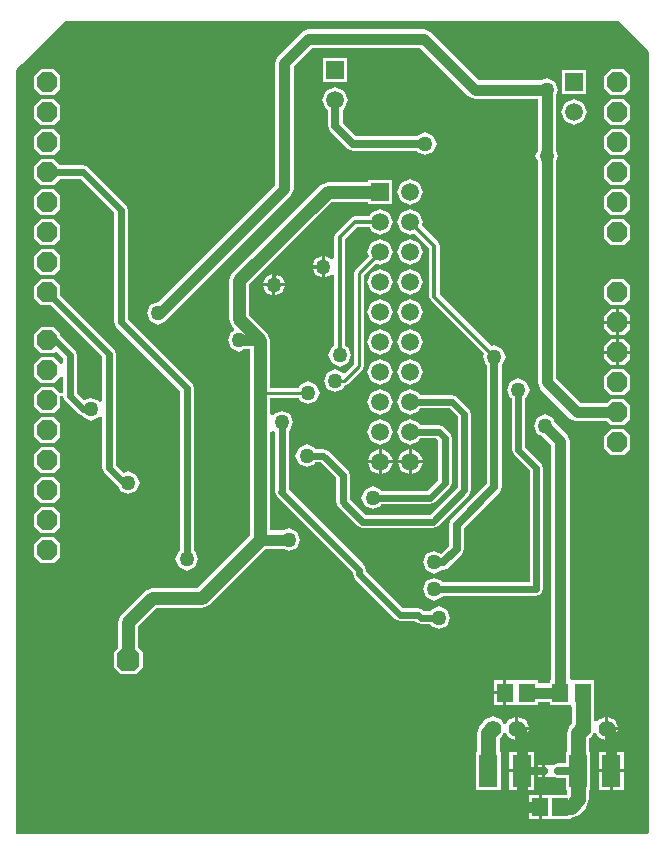
<source format=gbl>
%FSTAX24Y24*%
%MOIN*%
%SFA1B1*%

%IPPOS*%
%AMD30*
4,1,8,-0.033000,0.016500,-0.033000,-0.016500,-0.016500,-0.033000,0.016500,-0.033000,0.033000,-0.016500,0.033000,0.016500,0.016500,0.033000,-0.016500,0.033000,-0.033000,0.016500,0.0*
%
%AMD33*
4,1,8,0.019000,0.038000,-0.019000,0.038000,-0.038000,0.019000,-0.038000,-0.019000,-0.019000,-0.038000,0.019000,-0.038000,0.038000,-0.019000,0.038000,0.019000,0.019000,0.038000,0.0*
%
%ADD15R,0.052000X0.063000*%
%ADD21C,0.037000*%
%ADD22C,0.013000*%
%ADD23C,0.010000*%
%ADD24C,0.042000*%
%ADD25C,0.022000*%
%ADD26C,0.050000*%
%ADD27C,0.027000*%
%ADD28C,0.000000*%
%ADD29C,0.056000*%
G04~CAMADD=30~4~0.0~0.0~660.0~660.0~0.0~165.0~0~0.0~0.0~0.0~0.0~0~0.0~0.0~0.0~0.0~0~0.0~0.0~0.0~90.0~660.0~660.0*
%ADD30D30*%
%ADD31C,0.059100*%
%ADD32R,0.059100X0.059100*%
G04~CAMADD=33~4~0.0~0.0~760.0~760.0~0.0~190.0~0~0.0~0.0~0.0~0.0~0~0.0~0.0~0.0~0.0~0~0.0~0.0~0.0~0.0~760.0~760.0*
%ADD33D33*%
%ADD34C,0.050000*%
%ADD35R,0.019700X0.019700*%
%ADD36R,0.063000X0.107000*%
%ADD37R,0.052000X0.060000*%
%LNklogshield_mb_rev1-1*%
%LPD*%
G36*
X03Y0371D02*
X03105Y03605D01*
Y01*
X01*
Y0354*
X0117Y0371*
X03*
G37*
%LNklogshield_mb_rev1-2*%
%LPC*%
G36*
X0221Y02235D02*
X021743D01*
X021847Y022097*
X0221Y021993*
Y02235*
G37*
G36*
X02315Y023828D02*
X022847Y023703D01*
X022722Y0234*
X022847Y023097*
X02315Y022972*
X023453Y023097*
X023484Y023173*
X024006*
X024073Y023106*
Y021794*
X023706Y021427*
X022185*
X022168Y021468*
X0219Y021579*
X021632Y021468*
X021521Y0212*
X021632Y020932*
X0219Y020821*
X022168Y020932*
X022185Y020973*
X0238*
X023961Y021039*
X024461Y021539*
X024527Y0217*
Y0232*
X024461Y023361*
X024261Y023561*
X0241Y023627*
X023484*
X023453Y023703*
X02315Y023828*
G37*
G36*
X022557Y02235D02*
X0222D01*
Y021993*
X022453Y022097*
X022557Y02235*
G37*
G36*
X023557D02*
X0232D01*
Y021993*
X023453Y022097*
X023557Y02235*
G37*
G36*
X0231D02*
X022743D01*
X022847Y022097*
X0231Y021993*
Y02235*
G37*
G36*
X02315Y030828D02*
X022847Y030703D01*
X022722Y0304*
X022847Y030097*
X02315Y029972*
X023274Y030023*
X023771Y029526*
Y0279*
X023824Y027774*
X025608Y025989*
X025571Y0259*
X025682Y025632*
X025696Y025627*
Y021655*
X02452Y02048*
X024446Y0203*
Y019605*
X024176Y019335*
X02395Y019429*
X023682Y019318*
X023571Y01905*
X023682Y018782*
X02395Y018671*
X024218Y018782*
X024223Y018796*
X02425*
X02443Y01887*
X02488Y01932*
X024954Y0195*
Y020195*
X02613Y02137*
X026204Y02155*
Y025627*
X026218Y025632*
X026329Y0259*
X026218Y026168*
X02595Y026279*
X025861Y026242*
X024129Y027974*
Y0296*
X024076Y029726*
X023527Y030276*
X023578Y0304*
X023453Y030703*
X02315Y030828*
G37*
G36*
X011265Y01988D02*
X010835D01*
X01062Y019665*
Y019235*
X010835Y01902*
X011265*
X01148Y019235*
Y019665*
X011265Y01988*
G37*
G36*
Y02088D02*
X010835D01*
X01062Y020665*
Y020235*
X010835Y02002*
X011265*
X01148Y020235*
Y020665*
X011265Y02088*
G37*
G36*
Y02188D02*
X010835D01*
X01062Y021665*
Y021235*
X010835Y02102*
X011265*
X01148Y021235*
Y021665*
X011265Y02188*
G37*
G36*
X02315Y024828D02*
X022847Y024703D01*
X022722Y0244*
X022847Y024097*
X02315Y023972*
X023453Y024097*
X023484Y024173*
X024456*
X024723Y023906*
Y021544*
X023806Y020627*
X021644*
X021127Y021144*
Y02195*
X021061Y022111*
X020411Y022761*
X02025Y022827*
X019985*
X019968Y022868*
X0197Y022979*
X019432Y022868*
X019321Y0226*
X019432Y022332*
X0197Y022221*
X019968Y022332*
X019985Y022373*
X020156*
X020673Y021856*
Y02105*
X020739Y020889*
X021389Y020239*
X02155Y020173*
X0239*
X024061Y020239*
X025111Y021289*
X025177Y02145*
Y024*
X025111Y024161*
X024711Y024561*
X02455Y024627*
X023484*
X023453Y024703*
X02315Y024828*
G37*
G36*
X011265Y02288D02*
X010835D01*
X01062Y022665*
Y022235*
X010835Y02202*
X011265*
X01148Y022235*
Y022665*
X011265Y02288*
G37*
G36*
Y02388D02*
X010835D01*
X01062Y023665*
Y023235*
X010835Y02302*
X011265*
X01148Y023235*
Y023665*
X011265Y02388*
G37*
G36*
X02215Y023828D02*
X021847Y023703D01*
X021722Y0234*
X021847Y023097*
X02215Y022972*
X022453Y023097*
X022578Y0234*
X022453Y023703*
X02215Y023828*
G37*
G36*
X01975Y036808D02*
X019532Y036718D01*
X018732Y035918*
X018642Y0357*
Y031628*
X014737Y027724*
X014482Y027618*
X014371Y02735*
X014482Y027082*
X01475Y026971*
X015018Y027082*
X015053Y027167*
X019168Y031282*
X019258Y0315*
Y035572*
X019878Y036192*
X023472*
X025082Y034582*
X0253Y034492*
X027392*
Y03277*
X027321Y0326*
X027392Y03243*
Y02505*
X027482Y024832*
X028482Y023832*
X028546Y023805*
X0287Y023742*
X029713*
X029835Y02362*
X030265*
X03048Y023835*
Y024265*
X030265Y02448*
X029835*
X029713Y024358*
X028828*
X028008Y025178*
Y03243*
X028079Y0326*
X028008Y03277*
Y03463*
X028079Y0348*
X027968Y035068*
X0277Y035179*
X02753Y035108*
X025428*
X023818Y036718*
X0236Y036808*
X01975*
G37*
G36*
X011265Y02848D02*
X010835D01*
X01062Y028265*
Y027835*
X010835Y02762*
X011159*
X012873Y025906*
Y024421*
X012775Y024402*
X012768Y024418*
X0125Y024529*
X012283Y024439*
X012027Y024694*
Y02595*
X011961Y026111*
X01148Y026591*
Y026665*
X011265Y02688*
X010835*
X01062Y026665*
Y026235*
X010835Y02602*
X011265*
X011337Y026092*
X011573Y025856*
Y025683*
X011473Y025672*
X011265Y02588*
X010835*
X01062Y025665*
Y025235*
X010835Y02502*
X011265*
X011473Y025228*
X011573Y025217*
Y024694*
Y024683*
X011572*
X011566Y024682*
X011564*
X011464Y024681*
X011265Y02488*
X010835*
X01062Y024665*
Y024235*
X010835Y02402*
X011265*
X01148Y024235*
Y024574*
Y024582*
X011482Y024583*
X011488Y024584*
X011493Y024585*
X011569Y024599*
X011573Y0246*
Y024599*
X011577Y02459*
X01158Y024583*
X011615Y024497*
X011639Y024439*
X012089Y023989*
X012208Y02394*
X012232Y023882*
X0125Y023771*
X012768Y023882*
X012775Y023898*
X012873Y023879*
Y0222*
X012939Y022039*
X013437Y021542*
X013482Y021432*
X01375Y021321*
X014018Y021432*
X014129Y0217*
X014018Y021968*
X01375Y022079*
X013603Y022018*
X013327Y022294*
Y026*
X013261Y026161*
X01148Y027941*
Y028265*
X011265Y02848*
G37*
G36*
X02215Y024828D02*
X021847Y024703D01*
X021722Y0244*
X021847Y024097*
X02215Y023972*
X022453Y024097*
X022578Y0244*
X022453Y024703*
X02215Y024828*
G37*
G36*
X0222Y022807D02*
Y02245D01*
X022557*
X022453Y022703*
X0222Y022807*
G37*
G36*
X0221D02*
X021847Y022703D01*
X021743Y02245*
X0221*
Y022807*
G37*
G36*
X0231D02*
X022847Y022703D01*
X022743Y02245*
X0231*
Y022807*
G37*
G36*
X030265Y02348D02*
X029835D01*
X02962Y023265*
Y022835*
X029835Y02262*
X030265*
X03048Y022835*
Y023265*
X030265Y02348*
G37*
G36*
X0232Y022807D02*
Y02245D01*
X023557*
X023453Y022703*
X0232Y022807*
G37*
G36*
X011265Y03248D02*
X010835D01*
X01062Y032265*
Y031835*
X010835Y03162*
X011265*
X011468Y031823*
X012156*
X013273Y030706*
Y02705*
X013339Y026889*
X015473Y024756*
Y019435*
X015432Y019418*
X015321Y01915*
X015432Y018882*
X0157Y018771*
X015968Y018882*
X016079Y01915*
X015968Y019418*
X015927Y019435*
Y02485*
X015861Y025011*
X013727Y027144*
Y0308*
X013661Y030961*
X012411Y032211*
X01225Y032277*
X011468*
X011265Y03248*
G37*
G36*
X02755Y01205D02*
X027402D01*
Y011902*
X02755*
Y01205*
G37*
G36*
X030265D02*
X0299D01*
Y011465*
X030265*
Y01205*
G37*
G36*
X02681Y012735D02*
X026445D01*
Y01215*
X02681*
Y012735*
G37*
G36*
X02755Y012298D02*
X027402D01*
Y01215*
X02755*
Y012298*
G37*
G36*
X027275Y012735D02*
X02691D01*
Y01215*
X027275*
Y012735*
G37*
G36*
X027425Y0113D02*
X027115D01*
Y01095*
X027425*
Y0113*
G37*
G36*
Y01085D02*
X027115D01*
Y0105*
X027425*
Y01085*
G37*
G36*
X02681Y01205D02*
X026445D01*
Y011465*
X02681*
Y01205*
G37*
G36*
X0298D02*
X029435D01*
Y011465*
X0298*
Y01205*
G37*
G36*
X027275D02*
X02691D01*
Y011465*
X027275*
Y01205*
G37*
G36*
X0298Y012735D02*
X029435D01*
Y01215*
X0298*
Y012735*
G37*
G36*
X02625Y01465D02*
X02594D01*
Y014285*
X02625*
Y01465*
G37*
G36*
X029744Y013891D02*
Y01355D01*
X030084*
X029985Y013791*
X029744Y013891*
G37*
G36*
X02625Y015115D02*
X02594D01*
Y01475*
X02625*
Y015115*
G37*
G36*
X02675Y025179D02*
X026482Y025068D01*
X026371Y0248*
X026482Y024532*
X026523Y024515*
Y0228*
X026589Y022639*
X027123Y022106*
Y018377*
X024235*
X024218Y018418*
X02395Y018529*
X023682Y018418*
X023571Y01815*
X023682Y017882*
X02395Y017771*
X024218Y017882*
X024235Y017923*
X02735*
X027511Y017989*
X027577Y01815*
Y0222*
X027511Y022361*
X026977Y022894*
Y024515*
X027018Y024532*
X027129Y0248*
X027018Y025068*
X02675Y025179*
G37*
G36*
X02765Y023979D02*
X027382Y023868D01*
X027271Y0236*
X027382Y023332*
X027552Y023262*
X027842Y022972*
Y015115*
X02779*
Y015008*
X027414*
Y015115*
X02676*
X026694*
X026677*
X02666*
X026594*
X02635*
Y0147*
Y014285*
X026594*
X02666*
X026677*
X026694*
X02676*
X027414*
Y014392*
X02779*
Y014285*
X028425*
X02851*
X028525Y014191*
Y013661*
X028471Y013607*
X02836Y013339*
Y012735*
X028324*
Y012354*
X028072*
X027937Y012298*
X027898*
X027874*
X027836*
X027798*
X027774*
X02765*
Y0121*
Y011902*
X027774*
X027798*
X027836*
X027874*
X027898*
X027937*
X028072Y011846*
X028324*
Y011465*
X02836*
Y0113*
X027525*
Y0109*
Y0105*
X02851*
Y010525*
X028768Y010632*
X029007Y010871*
X029118Y011139*
Y011465*
X029154*
Y012735*
X029118*
Y013179*
X029191Y013209*
X029247Y013344*
X029347*
X029403Y013209*
X029644Y013109*
Y0135*
Y013891*
X029403Y013791*
X029383Y013743*
X029283Y013762*
Y0147*
X029264Y014745*
Y015115*
X02861*
X028544*
X028458Y01515*
Y0231*
X028368Y023318*
X027988Y023698*
X027918Y023868*
X02765Y023979*
G37*
G36*
X025906Y013911D02*
X025615Y013791D01*
X025583Y013712*
X025481Y01361*
X02537Y013343*
Y012735*
X025334*
Y011465*
X026164*
Y012735*
X026128*
Y01318*
X026197Y013209*
X026253Y013344*
X026353*
X026409Y013209*
X02665Y013109*
Y0135*
Y013891*
X026409Y013791*
X026353Y013656*
X026253*
X026197Y013791*
X025906Y013911*
G37*
G36*
X030265Y012735D02*
X0299D01*
Y01215*
X030265*
Y012735*
G37*
G36*
X027091Y01345D02*
X02675D01*
Y013109*
X026991Y013209*
X027091Y01345*
G37*
G36*
X02675Y013891D02*
Y01355D01*
X027091*
X026991Y013791*
X02675Y013891*
G37*
G36*
X030084Y01345D02*
X029744D01*
Y013109*
X029985Y013209*
X030084Y01345*
G37*
G36*
X030265Y02548D02*
X029835D01*
X02962Y025265*
Y024835*
X029835Y02462*
X030265*
X03048Y024835*
Y025265*
X030265Y02548*
G37*
G36*
X011265Y03148D02*
X010835D01*
X01062Y031265*
Y030835*
X010835Y03062*
X011265*
X01148Y030835*
Y031265*
X011265Y03148*
G37*
G36*
X02215Y030828D02*
X021847Y030703D01*
X021796Y030579*
X0213*
X021174Y030526*
X020674Y030026*
X020621Y0299*
Y029174*
X020523Y029155*
X020518Y029168*
X0203Y029258*
Y0289*
Y028542*
X020518Y028632*
X020523Y028645*
X020621Y028626*
Y026255*
X020532Y026218*
X020421Y02595*
X020532Y025682*
X0208Y025571*
X021068Y025682*
X021179Y02595*
X021068Y026218*
X020979Y026255*
Y029826*
X021374Y030221*
X021796*
X021847Y030097*
X02215Y029972*
X022453Y030097*
X022578Y0304*
X022453Y030703*
X02215Y030828*
G37*
G36*
X030265Y03148D02*
X029835D01*
X02962Y031265*
Y030835*
X029835Y03062*
X030265*
X03048Y030835*
Y031265*
X030265Y03148*
G37*
G36*
X022545Y031795D02*
X021755D01*
Y031736*
X0204*
X020163Y031637*
X017213Y028687*
X017114Y02845*
Y02715*
X017213Y026913*
X017278Y026848*
X017258Y026749*
X017182Y026718*
X017071Y02645*
X017182Y026182*
X01745Y026071*
X01762Y026142*
X017814*
Y02475*
Y019939*
X016061Y018186*
X01455*
X014313Y018087*
X013513Y017287*
X013414Y01705*
Y016184*
X01327Y01604*
Y01556*
X01351Y01532*
X01399*
X01423Y01556*
Y01604*
X014086Y016184*
Y016911*
X014689Y017514*
X0162*
X016437Y017613*
X018316Y019492*
X01893*
X0191Y019421*
X019368Y019532*
X019479Y0198*
X019368Y020068*
X0191Y020179*
X01893Y020108*
X018486*
Y02339*
X018586Y023436*
X018635Y023395*
Y02143*
X018623Y0214*
X018689Y021239*
X021223Y018706*
Y01865*
X021289Y018489*
X022639Y017139*
X0228Y017073*
X023306*
X023339Y017039*
X0235Y016973*
X023815*
X023832Y016932*
X0241Y016821*
X024368Y016932*
X024479Y0172*
X024368Y017468*
X0241Y017579*
X023832Y017468*
X023815Y017427*
X023594*
X023561Y017461*
X0234Y017527*
X022894*
X021677Y018744*
Y0188*
X021611Y018961*
X01909Y021482*
Y023428*
X01913Y023445*
X019241Y023712*
X01913Y02398*
X018863Y024091*
X018595Y02398*
X018584Y023954*
X018486Y023973*
Y024538*
X019438*
X019482Y024432*
X01975Y024321*
X020018Y024432*
X020129Y0247*
X020018Y024968*
X01975Y025079*
X019482Y024968*
X019438Y024862*
X018486*
Y02645*
X018387Y026687*
X017786Y027289*
Y028311*
X020539Y031064*
X021755*
Y031005*
X022545*
Y031795*
G37*
G36*
X02315Y031828D02*
X022847Y031703D01*
X022722Y0314*
X022847Y031097*
X02315Y030972*
X023453Y031097*
X023578Y0314*
X023453Y031703*
X02315Y031828*
G37*
G36*
X030265Y03048D02*
X029835D01*
X02962Y030265*
Y029835*
X029835Y02962*
X030265*
X03048Y029835*
Y030265*
X030265Y03048*
G37*
G36*
X0202Y029258D02*
X019982Y029168D01*
X019892Y02895*
X0202*
Y029258*
G37*
G36*
X011265Y02948D02*
X010835D01*
X01062Y029265*
Y028835*
X010835Y02862*
X011265*
X01148Y028835*
Y029265*
X011265Y02948*
G37*
G36*
X02215Y029828D02*
X021847Y029703D01*
X021722Y0294*
X02178Y02926*
X021335Y028815*
X021288Y0287*
Y025667*
X020977Y025356*
X020918Y025368*
X02065Y025479*
X020382Y025368*
X020271Y0251*
X020382Y024832*
X02065Y024721*
X020918Y024832*
X020964Y024943*
X021065Y024985*
X021565Y025485*
X021612Y0256*
Y028633*
X02201Y02903*
X02215Y028972*
X022453Y029097*
X022578Y0294*
X022453Y029703*
X02215Y029828*
G37*
G36*
X011265Y03048D02*
X010835D01*
X01062Y030265*
Y029835*
X010835Y02962*
X011265*
X01148Y029835*
Y030265*
X011265Y03048*
G37*
G36*
X02315Y029828D02*
X022847Y029703D01*
X022722Y0294*
X022847Y029097*
X02315Y028972*
X023453Y029097*
X023578Y0294*
X023453Y029703*
X02315Y029828*
G37*
G36*
X011265Y03548D02*
X010835D01*
X01062Y035265*
Y034835*
X010835Y03462*
X011265*
X01148Y034835*
Y035265*
X011265Y03548*
G37*
G36*
X0286Y034478D02*
X028297Y034353D01*
X028172Y03405*
X028297Y033747*
X0286Y033622*
X028903Y033747*
X029028Y03405*
X028903Y034353*
X0286Y034478*
G37*
G36*
X030265Y03548D02*
X029835D01*
X02962Y035265*
Y034835*
X029835Y03462*
X030265*
X03048Y034835*
Y035265*
X030265Y03548*
G37*
G36*
X021045Y035845D02*
X020255D01*
Y035055*
X021045*
Y035845*
G37*
G36*
X028995Y035445D02*
X028205D01*
Y034655*
X028995*
Y035445*
G37*
G36*
X030265Y03448D02*
X029835D01*
X02962Y034265*
Y033835*
X029835Y03362*
X030265*
X03048Y033835*
Y034265*
X030265Y03448*
G37*
G36*
X011265Y03348D02*
X010835D01*
X01062Y033265*
Y032835*
X010835Y03262*
X011265*
X01148Y032835*
Y033265*
X011265Y03348*
G37*
G36*
X030265Y03248D02*
X029835D01*
X02962Y032265*
Y031835*
X029835Y03162*
X030265*
X03048Y031835*
Y032265*
X030265Y03248*
G37*
G36*
Y03348D02*
X029835D01*
X02962Y033265*
Y032835*
X029835Y03262*
X030265*
X03048Y032835*
Y033265*
X030265Y03348*
G37*
G36*
X011265Y03448D02*
X010835D01*
X01062Y034265*
Y033835*
X010835Y03362*
X011265*
X01148Y033835*
Y034265*
X011265Y03448*
G37*
G36*
X02065Y034878D02*
X020347Y034753D01*
X020222Y03445*
X020347Y034147*
X020396Y034128*
Y0336*
X02047Y03342*
X02107Y03282*
X02125Y032746*
X023377*
X023382Y032732*
X02365Y032621*
X023918Y032732*
X024029Y033*
X023918Y033268*
X02365Y033379*
X023382Y033268*
X023377Y033254*
X021355*
X020904Y033705*
Y034128*
X020953Y034147*
X021078Y03445*
X020953Y034753*
X02065Y034878*
G37*
G36*
X030265Y02648D02*
X0301D01*
Y0261*
X03048*
Y026265*
X030265Y02648*
G37*
G36*
X03D02*
X029835D01*
X02962Y026265*
Y0261*
X03*
Y02648*
G37*
G36*
Y027D02*
X02962D01*
Y026835*
X029835Y02662*
X03*
Y027*
G37*
G36*
X02215Y027828D02*
X021847Y027703D01*
X021722Y0274*
X021847Y027097*
X02215Y026972*
X022453Y027097*
X022578Y0274*
X022453Y027703*
X02215Y027828*
G37*
G36*
X03048Y027D02*
X0301D01*
Y02662*
X030265*
X03048Y026835*
Y027*
G37*
G36*
X02315Y026828D02*
X022847Y026703D01*
X022722Y0264*
X022847Y026097*
X02315Y025972*
X023453Y026097*
X023578Y0264*
X023453Y026703*
X02315Y026828*
G37*
G36*
Y025828D02*
X022847Y025703D01*
X022722Y0254*
X022847Y025097*
X02315Y024972*
X023453Y025097*
X023578Y0254*
X023453Y025703*
X02315Y025828*
G37*
G36*
X02215D02*
X021847Y025703D01*
X021722Y0254*
X021847Y025097*
X02215Y024972*
X022453Y025097*
X022578Y0254*
X022453Y025703*
X02215Y025828*
G37*
G36*
X03Y026D02*
X02962D01*
Y025835*
X029835Y02562*
X03*
Y026*
G37*
G36*
X02215Y026828D02*
X021847Y026703D01*
X021722Y0264*
X021847Y026097*
X02215Y025972*
X022453Y026097*
X022578Y0264*
X022453Y026703*
X02215Y026828*
G37*
G36*
X03048Y026D02*
X0301D01*
Y02562*
X030265*
X03048Y025835*
Y026*
G37*
G36*
X02315Y028828D02*
X022847Y028703D01*
X022722Y0284*
X022847Y028097*
X02315Y027972*
X023453Y028097*
X023578Y0284*
X023453Y028703*
X02315Y028828*
G37*
G36*
X02215D02*
X021847Y028703D01*
X021722Y0284*
X021847Y028097*
X02215Y027972*
X022453Y028097*
X022578Y0284*
X022453Y028703*
X02215Y028828*
G37*
G36*
X01855Y028658D02*
X018332Y028568D01*
X018242Y02835*
X01855*
Y028658*
G37*
G36*
X0202Y02885D02*
X019892D01*
X019982Y028632*
X0202Y028542*
Y02885*
G37*
G36*
X01865Y028658D02*
Y02835D01*
X018958*
X018868Y028568*
X01865Y028658*
G37*
G36*
X018958Y02825D02*
X01865D01*
Y027942*
X018868Y028032*
X018958Y02825*
G37*
G36*
X03Y02748D02*
X029835D01*
X02962Y027265*
Y0271*
X03*
Y02748*
G37*
G36*
X02315Y027828D02*
X022847Y027703D01*
X022722Y0274*
X022847Y027097*
X02315Y026972*
X023453Y027097*
X023578Y0274*
X023453Y027703*
X02315Y027828*
G37*
G36*
X030265Y02748D02*
X0301D01*
Y0271*
X03048*
Y027265*
X030265Y02748*
G37*
G36*
X01855Y02825D02*
X018242D01*
X018332Y028032*
X01855Y027942*
Y02825*
G37*
G36*
X030265Y02848D02*
X029835D01*
X02962Y028265*
Y027835*
X029835Y02762*
X030265*
X03048Y027835*
Y028265*
X030265Y02848*
G37*
%LNklogshield_mb_rev1-3*%
%LPD*%
G54D15*
X027054Y0147D03*
X0263D03*
X028904D03*
X02815D03*
G54D21*
X0267Y0135D02*
X02686Y01334D01*
Y0121D02*
Y01334D01*
X029694Y0135D02*
X02985Y013344D01*
Y0121D02*
Y013344D01*
X027Y0109D02*
X027475D01*
X02686Y01104D02*
X027Y0109D01*
X02686Y01104D02*
Y0121D01*
X027054Y0147D02*
X02815D01*
X0277Y0326D02*
Y0348D01*
X01745Y02645D02*
X01815D01*
X0287Y02405D02*
X03005D01*
X0277Y02505D02*
X0287Y02405D01*
X0277Y02505D02*
Y0326D01*
X0253Y0348D02*
X0277D01*
X0236Y0365D02*
X0253Y0348D01*
X01975Y0365D02*
X0236D01*
X01895Y0357D02*
X01975Y0365D01*
X01895Y0315D02*
Y0357D01*
X0148Y02735D02*
X01895Y0315D01*
X01475Y02735D02*
X0148D01*
X01815Y0198D02*
X0191D01*
X02815Y0147D02*
Y0231D01*
X02765Y0236D02*
X02815Y0231D01*
G54D22*
X0208Y02595D02*
Y0299D01*
X0213Y0304*
X02215*
X02395Y0279D02*
Y0296D01*
X02315Y0304D02*
X02395Y0296D01*
Y0279D02*
X02595Y0259D01*
X0186Y0283D02*
Y0286D01*
X0189Y0289*
X02025*
G54D23*
X02065Y0251D02*
X02095D01*
X02145Y0256*
Y0287*
X02215Y0294*
X0182Y0247D02*
X01975D01*
X01815Y02475D02*
X0182Y0247D01*
X03105Y01007D02*
Y01157D01*
X03104Y01006D02*
X03105Y01007D01*
X02567Y01006D02*
X03104D01*
X01005Y01005D02*
X02469D01*
X03105Y01157D02*
Y03605D01*
X0247Y01006D02*
X02567D01*
X01166Y03706D02*
X03004D01*
X0305Y0366*
X03105Y03605*
X01005Y01005D02*
Y03545D01*
X01166Y03706*
G54D24*
X0204Y0314D02*
X02215D01*
X0162Y01785D02*
X01815Y0198D01*
X01455Y01785D02*
X0162D01*
X01375Y01705D02*
X01455Y01785D01*
X01375Y0158D02*
Y01705D01*
X01815Y0198D02*
Y02475D01*
Y02645*
X01745Y02715D02*
X01815Y02645D01*
X01745Y02715D02*
Y02845D01*
X0204Y0314*
G54D25*
X02455Y0244D02*
X02495Y024D01*
X02315Y0244D02*
X02455D01*
X0239Y0204D02*
X02495Y02145D01*
Y024*
X02155Y0204D02*
X0239D01*
X0219Y0212D02*
X0238D01*
X0243Y0217*
Y0232*
X0241Y0234D02*
X0243Y0232D01*
X02315Y0234D02*
X0241D01*
X01105Y02645D02*
X0113D01*
X0118Y02595*
Y0246D02*
Y02595D01*
X01105Y02805D02*
X0131Y026D01*
Y0222D02*
Y026D01*
X0136Y0217D02*
X01375D01*
X0131Y0222D02*
X0136Y0217D01*
X01885Y0214D02*
X02145Y0188D01*
X0235Y0172D02*
X0241D01*
X0234Y0173D02*
X0235Y0172D01*
X0209Y02105D02*
X02155Y0204D01*
X0209Y02105D02*
Y02195D01*
X02025Y0226D02*
X0209Y02195D01*
X0197Y0226D02*
X02025D01*
X01105Y03205D02*
X01225D01*
X0135Y0308*
Y02705D02*
Y0308D01*
Y02705D02*
X0157Y02485D01*
Y01915D02*
Y02485D01*
X02395Y01815D02*
X02735D01*
Y0222*
X02675Y0228D02*
Y0248D01*
Y0228D02*
X02735Y0222D01*
X02145Y01865D02*
Y0188D01*
Y01865D02*
X0228Y0173D01*
X0234*
X0118Y0246D02*
X01225Y02415D01*
X0125*
X01885Y0214D02*
X018863Y021412D01*
Y023712*
G54D26*
X025749Y0121D02*
Y013343D01*
X025906Y0135*
X028739Y0121D02*
Y013339D01*
X0289Y0135*
X02815Y0109D02*
X0285D01*
X028739Y011139*
Y0121*
X028904Y013504D02*
Y0147D01*
X0289Y0135D02*
X028904Y013504D01*
G54D27*
X02686Y0121D02*
X0276D01*
X028072D02*
X028739D01*
X02065Y0336D02*
Y03445D01*
X02595Y02155D02*
Y0259D01*
X0247Y0203D02*
X02595Y02155D01*
X0247Y0195D02*
Y0203D01*
X02425Y01905D02*
X0247Y0195D01*
X02395Y01905D02*
X02425D01*
X02125Y033D02*
X02365D01*
X02065Y0336D02*
X02125Y033D01*
G54D28*
X03105Y01641D02*
Y03605D01*
X01005Y01005D02*
X02208D01*
X01615Y03705D02*
X02905D01*
X01005Y03545D02*
X01065Y03605D01*
X01005Y01005D02*
Y03545D01*
G54D29*
X025906Y0135D03*
X0267D03*
X0289D03*
X029694D03*
G54D30*
X01105Y03105D03*
X03005Y03005D03*
X01105Y03205D03*
Y03305D03*
Y03405D03*
Y03505D03*
Y03005D03*
Y02905D03*
Y02805D03*
Y02645D03*
Y02545D03*
Y02445D03*
Y02345D03*
Y02245D03*
Y02145D03*
Y02045D03*
Y01945D03*
X03005Y03105D03*
Y03205D03*
Y03305D03*
Y03405D03*
Y03505D03*
Y02805D03*
Y02705D03*
Y02605D03*
Y02505D03*
Y02405D03*
Y02305D03*
G54D31*
X0286Y03405D03*
X02065Y03445D03*
X02315Y0224D03*
X02215D03*
X02315Y0234D03*
X02215D03*
X02315Y0244D03*
X02215D03*
X02315Y0254D03*
X02215D03*
X02315Y0264D03*
X02215D03*
X02315Y0274D03*
X02215D03*
X02315Y0284D03*
X02215D03*
X02315Y0294D03*
X02215D03*
X02315Y0304D03*
X02215D03*
X02315Y0314D03*
G54D32*
X0286Y03505D03*
X02065Y03545D03*
X02215Y0314D03*
G54D33*
X01375Y0158D03*
G54D34*
X01975Y0247D03*
X0208Y02595D03*
X02065Y0251D03*
X0277Y0348D03*
Y0326D03*
X02595Y0259D03*
X01745Y02645D03*
X0197Y0226D03*
X0219Y0212D03*
X01475Y02735D03*
X02765Y0236D03*
X01375Y0217D03*
X0241Y0172D03*
X0191Y0198D03*
X0157Y01915D03*
X02395Y01905D03*
Y01815D03*
X02675Y0248D03*
X02025Y0289D03*
X0186Y0283D03*
X0125Y02415D03*
X02365Y033D03*
X018863Y023712D03*
G54D35*
X028072Y0121D03*
X0276D03*
G54D36*
X025749Y0121D03*
X02686D03*
X028739D03*
X02985D03*
G54D37*
X02815Y0109D03*
X027475D03*
M02*
</source>
